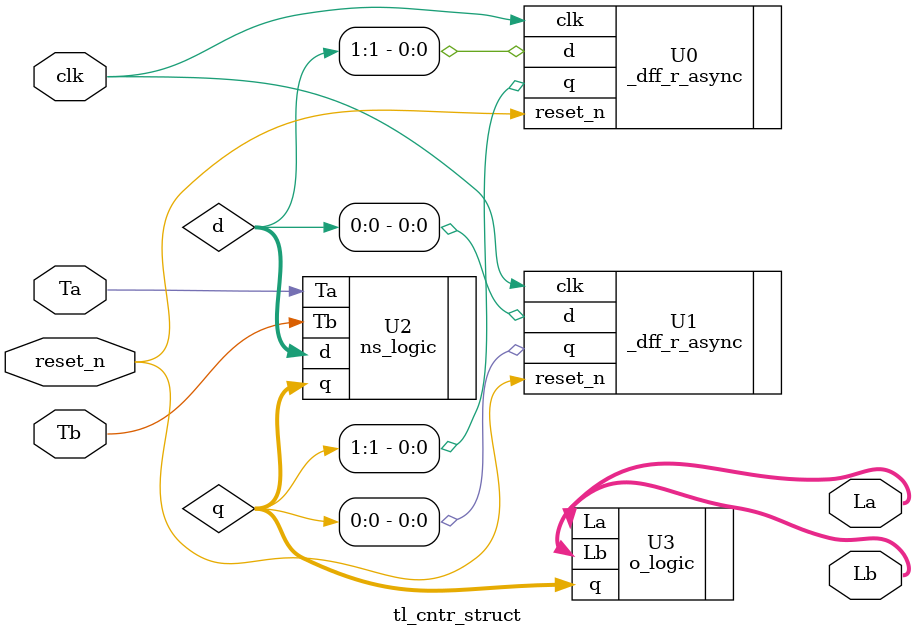
<source format=v>
module tl_cntr_struct(clk, reset_n, Ta, Tb, La, Lb);

	input clk, reset_n, Ta, Tb; // input ports
	output [1:0] La, Lb; // 2bit output ports
	
	wire [1:0] d, q; // 2bit wire
	

	_dff_r_async U0(.clk(clk), .reset_n(reset_n), .d(d[1]), .q(q[1])); 	// instance register with reset 1
	_dff_r_async U1(.clk(clk), .reset_n(reset_n), .d(d[0]), .q(q[0]));	// instance register with reset 2

	o_logic U3(.La(La), .Lb(Lb), .q(q));											// instance output logic
	
	ns_logic U2(.Ta(Ta), .Tb(Tb), .d(d), .q(q));									// instance next state logic


endmodule

</source>
